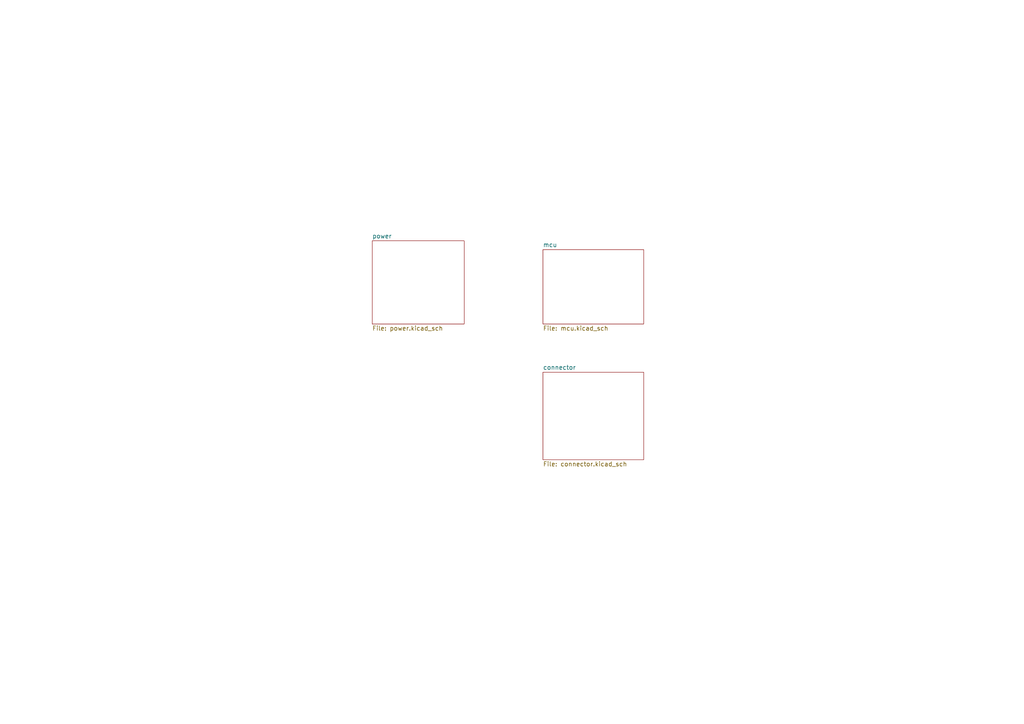
<source format=kicad_sch>
(kicad_sch (version 20210126) (generator eeschema)
  (paper "A4")
  (title_block (title "CAN Bus Alfa Speed Display") (date "2021-04-16") (rev "1") (comment 1 "Author: James Fletcher"))
  (lib_symbols)
  (sheet (at 157.48 107.95) (size 29.21 25.4) (stroke (width 0.0006))
    (property "Sheet name" "connector" (at 157.48 107.3143 0) (effects (justify left bottom)))
    (property "Sheet file" "connector.kicad_sch" (at 157.48 133.8587 0) (effects (justify left top)))
  )
  (sheet (at 157.48 72.39) (size 29.21 21.59) (stroke (width 0.0006))
    (property "Sheet name" "mcu" (at 157.48 71.7543 0) (effects (justify left bottom)))
    (property "Sheet file" "mcu.kicad_sch" (at 157.48 94.4887 0) (effects (justify left top)))
  )
  (sheet (at 107.95 69.85) (size 26.67 24.13) (stroke (width 0.0006))
    (property "Sheet name" "power" (at 107.95 69.2143 0) (effects (justify left bottom)))
    (property "Sheet file" "power.kicad_sch" (at 107.95 94.4887 0) (effects (justify left top)))
  )
)
</source>
